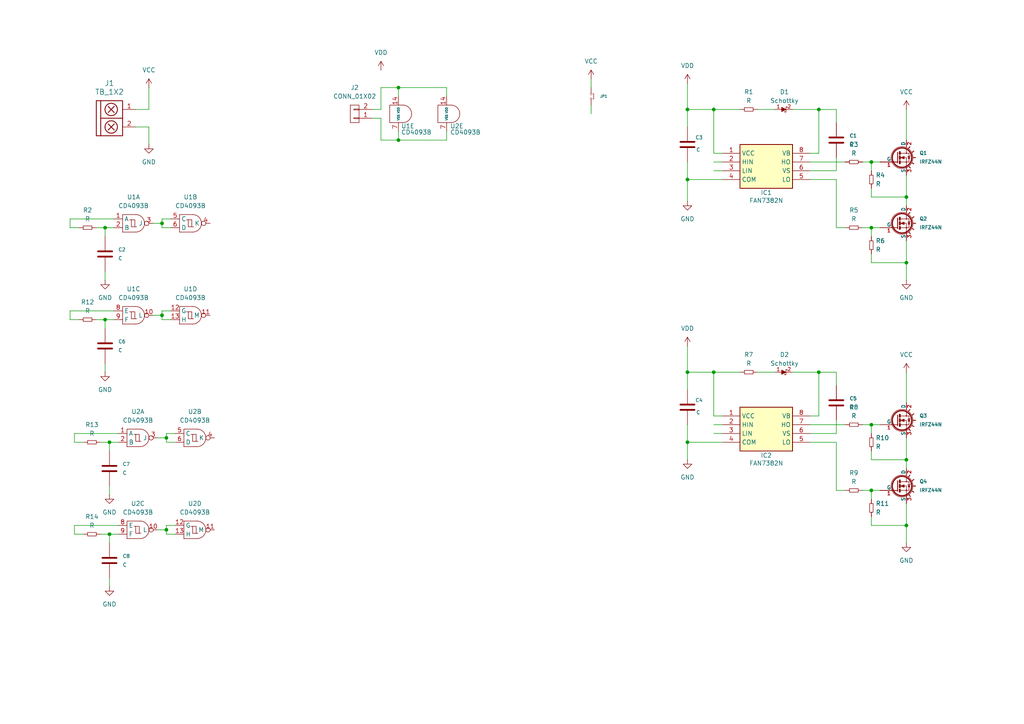
<source format=kicad_sch>
(kicad_sch (version 20231120) (generator "eeschema") (generator_version "8.0")
  (paper "A4")
  (lib_symbols
    (symbol "EESTN5:C" (pin_numbers hide) (pin_names (offset 0.254))
      (property "Reference" "C" (at 0 2.54 0))
      (property "Value" "C" (at 0.1524 -2.159 0))
      (symbol "C_0_1"
        (polyline (pts (xy -2.032 -0.762) (xy 2.032 -0.762)) (stroke (width 0.508)))
        (polyline (pts (xy -2.032 0.762) (xy 2.032 0.762)) (stroke (width 0.508)))
      )
      (symbol "C_1_1"
        (pin passive line (at 0 5.08 270) (length 4.318) (name "~") (number "1"))
        (pin passive line (at 0 -5.08 90) (length 4.318) (name "~") (number "2"))
      )
    )
    (symbol "EESTN5:Jumper" (pin_numbers hide) (pin_names (offset 0) hide)
      (property "Reference" "JP" (at 0 -1.905 0))
      (symbol "Jumper_0_1"
        (circle (center -0.635 0) (radius 0.254) (stroke (width 0.0508)))
        (polyline (pts (xy -0.762 -0.508) (xy -0.762 -0.762) (xy 0.762 -0.762) (xy 0.762 -0.508) (xy 0.762 -0.508)) (stroke (width 0.127)))
        (circle (center 0.635 0) (radius 0.254) (stroke (width 0.0508)))
      )
      (symbol "Jumper_1_1"
        (pin passive line (at -2.54 0 0) (length 1.651) (name "A") (number "1"))
        (pin passive line (at 2.54 0 180) (length 1.651) (name "B") (number "2"))
      )
    )
    (symbol "EESTN5:R" (pin_numbers hide) (pin_names (offset 0))
      (property "Reference" "R" (at -1.27 0 90))
      (property "Value" "R" (at 1.27 0 90))
      (symbol "R_0_1"
        (rectangle (start 0.508 1.27) (end -0.508 -1.27))
      )
      (symbol "R_1_1"
        (pin passive line (at 0 2.54 270) (length 1.27) (name "~") (number "1"))
        (pin passive line (at 0 -2.54 90) (length 1.27) (name "~") (number "2"))
      )
    )
    (symbol "EESTN5:TB_1X2" (pin_names (offset 1.016))
      (property "Reference" "J" (at 0 7.62 0))
      (property "Value" "TB_1X2" (at 1.27 -7.62 0))
      (symbol "TB_1X2_0_1"
        (rectangle (start -2.54 5.08) (end 5.08 -5.08) (stroke (width 0.254)))
        (polyline (pts (xy -1.27 0) (xy 5.08 0)) (stroke (width 0.254)))
        (polyline (pts (xy -1.27 5.08) (xy -1.27 -5.08)) (stroke (width 0.254)))
        (polyline (pts (xy 0.889 -3.429) (xy 2.667 -1.651)) (stroke (width 0.254)))
        (polyline (pts (xy 0.889 -1.651) (xy 2.667 -3.429)) (stroke (width 0.254)))
        (polyline (pts (xy 0.889 1.651) (xy 2.667 3.429)) (stroke (width 0.254)))
        (polyline (pts (xy 0.889 3.429) (xy 2.667 1.651)) (stroke (width 0.254)))
        (circle (center 1.778 -2.54) (radius 1.8034) (stroke (width 0.254)))
        (circle (center 1.778 2.54) (radius 1.8034) (stroke (width 0.254)))
      )
      (symbol "TB_1X2_1_1"
        (pin input line (at 8.89 2.54 180) (length 3.81) (name "~") (number "1"))
        (pin input line (at 8.89 -2.54 180) (length 3.81) (name "~") (number "2"))
      )
    )
    (symbol "Logic_Gate:CD4093B" (in_bom no) (on_board no)
      (property "Reference" "U" (at 5.08 -1.778 0))
      (property "Value" "CD4093B" (at 8.636 -3.81 0))
      (symbol "CD4093B_1_1"
        (polyline (pts (xy -2.54 -2.54) (xy 1.27 -2.54)))
        (polyline (pts (xy -2.54 -2.54) (xy -2.54 2.54) (xy 1.27 2.54)))
        (polyline (pts (xy 0 1.016) (xy 0 -1.016) (xy 1.016 -1.016)))
        (polyline (pts (xy -0.508 1.016) (xy 1.016 1.016) (xy 1.016 -1.016) (xy 1.524 -1.016)))
        (arc (start 1.27 -2.54) (mid 3.0661 -1.7961) (end 3.81 0))
        (arc (start 3.81 0) (mid 3.0661 1.7961) (end 1.27 2.54))
        (pin input line (at -5.08 1.27 0) (length 2.54) (name "A") (number "1"))
        (pin input line (at -5.08 -1.27 0) (length 2.54) (name "B") (number "2"))
        (pin output inverted (at 6.35 0 180) (length 2.54) (name "J") (number "3"))
      )
      (symbol "CD4093B_2_1"
        (polyline (pts (xy -2.54 -2.54) (xy 1.27 -2.54)))
        (polyline (pts (xy -2.54 -2.54) (xy -2.54 2.54) (xy 1.27 2.54)))
        (polyline (pts (xy 0 1.016) (xy 0 -1.016) (xy 1.016 -1.016)))
        (polyline (pts (xy -0.508 1.016) (xy 1.016 1.016) (xy 1.016 -1.016) (xy 1.524 -1.016)))
        (arc (start 1.27 -2.54) (mid 3.0661 -1.7961) (end 3.81 0))
        (arc (start 3.81 0) (mid 3.0661 1.7961) (end 1.27 2.54))
        (pin output inverted (at 6.35 0 180) (length 2.54) (name "K") (number "4"))
        (pin input line (at -5.08 1.27 0) (length 2.54) (name "C") (number "5"))
        (pin input line (at -5.08 -1.27 0) (length 2.54) (name "D") (number "6"))
      )
      (symbol "CD4093B_3_1"
        (polyline (pts (xy -2.54 -2.54) (xy 1.27 -2.54)))
        (polyline (pts (xy -2.54 -2.54) (xy -2.54 2.54) (xy 1.27 2.54)))
        (polyline (pts (xy 0 1.016) (xy 0 -1.016) (xy 1.016 -1.016)))
        (polyline (pts (xy -0.508 1.016) (xy 1.016 1.016) (xy 1.016 -1.016) (xy 1.524 -1.016)))
        (arc (start 1.27 -2.54) (mid 3.0661 -1.7961) (end 3.81 0))
        (arc (start 3.81 0) (mid 3.0661 1.7961) (end 1.27 2.54))
        (pin output inverted (at 6.35 0 180) (length 2.54) (name "L") (number "10"))
        (pin input line (at -5.08 1.27 0) (length 2.54) (name "E") (number "8"))
        (pin input line (at -5.08 -1.27 0) (length 2.54) (name "F") (number "9"))
      )
      (symbol "CD4093B_4_1"
        (polyline (pts (xy -2.54 -2.54) (xy 1.27 -2.54)))
        (polyline (pts (xy -2.54 -2.54) (xy -2.54 2.54) (xy 1.27 2.54)))
        (polyline (pts (xy 0 1.016) (xy 0 -1.016) (xy 1.016 -1.016)))
        (polyline (pts (xy -0.508 1.016) (xy 1.016 1.016) (xy 1.016 -1.016) (xy 1.524 -1.016)))
        (arc (start 1.27 -2.54) (mid 3.0661 -1.7961) (end 3.81 0))
        (arc (start 3.81 0) (mid 3.0661 1.7961) (end 1.27 2.54))
        (pin output inverted (at 6.35 0 180) (length 2.54) (name "M") (number "11"))
        (pin input line (at -5.08 1.27 0) (length 2.54) (name "G") (number "12"))
        (pin input line (at -5.08 -1.27 0) (length 2.54) (name "H") (number "13"))
      )
      (symbol "CD4093B_5_1"
        (polyline (pts (xy -2.54 -2.54) (xy 1.27 -2.54)))
        (polyline (pts (xy -2.54 -2.54) (xy -2.54 2.54) (xy 1.27 2.54)))
        (arc (start 1.27 -2.54) (mid 3.0661 -1.7961) (end 3.81 0))
        (arc (start 3.81 0) (mid 3.0661 1.7961) (end 1.27 2.54))
        (pin power_in line (at 0 5.08 270) (length 2.54) (name "VDD") (number "14"))
        (pin power_in line (at 0 -5.08 90) (length 2.54) (name "VSS") (number "7"))
      )
    )
    (symbol "MacroLib:CONN_01X02" (pin_names (offset 1.016) hide)
      (property "Reference" "J" (at -1.27 5.715 0))
      (property "Value" "CONN_01X02" (at -0.635 3.81 0))
      (symbol "CONN_01X02_1_1"
        (rectangle (start -1.27 -1.143) (end 0.254 -1.397))
        (rectangle (start -1.27 1.397) (end 0.254 1.143))
        (rectangle (start -1.27 2.54) (end 1.27 -2.54))
        (pin passive line (at -5.08 1.27 0) (length 3.81) (name "P1") (number "1"))
        (pin passive line (at -5.08 -1.27 0) (length 3.81) (name "P2") (number "2"))
      )
    )
    (symbol "MacroLib:Schottky" (pin_names (offset 1.016) hide)
      (property "Reference" "D" (at 0 3.81 0))
      (property "Value" "Schottky" (at 0 2.54 0))
      (symbol "Schottky_0_1"
        (polyline (pts (xy 0.635 0) (xy 0.635 -0.762) (xy 0.254 -0.762) (xy 0.254 -0.508)))
        (polyline (pts (xy 0.635 0) (xy 0.635 0.762) (xy 1.016 0.762) (xy 1.016 0.508)))
      )
      (symbol "Schottky_1_1"
        (polyline (pts (xy -0.635 0.635) (xy -0.635 -0.635) (xy 0.635 0) (xy -0.635 0.635)) (fill (type outline)))
        (pin passive line (at -2.54 0 0) (length 1.905) (name "A") (number "1"))
        (pin passive line (at 2.54 0 180) (length 1.905) (name "K") (number "2"))
      )
    )
    (symbol "Mosfet:FAN7382N"
      (property "Reference" "IC" (at 8.89 -5.715 0))
      (property "Value" "FAN7382N" (at 8.89 -7.62 0))
      (symbol "FAN7382N_1_1"
        (rectangle (start -7.62 6.35) (end 7.62 -6.35) (stroke (width 0.254)) (fill (type background)))
        (pin passive line (at -12.7 3.81 0) (length 5.08) (name "VCC") (number "1"))
        (pin passive line (at -12.7 1.27 0) (length 5.08) (name "HIN") (number "2"))
        (pin passive line (at -12.7 -1.27 0) (length 5.08) (name "LIN") (number "3"))
        (pin passive line (at -12.7 -3.81 0) (length 5.08) (name "COM") (number "4"))
        (pin passive line (at 12.7 -3.81 180) (length 5.08) (name "LO") (number "5"))
        (pin passive line (at 12.7 -1.27 180) (length 5.08) (name "VS") (number "6"))
        (pin passive line (at 12.7 1.27 180) (length 5.08) (name "HO") (number "7"))
        (pin passive line (at 12.7 3.81 180) (length 5.08) (name "VB") (number "8"))
      )
    )
    (symbol "Mosfet:IRFZ44N" (pin_names (offset 0))
      (property "Reference" "Q" (at 0 -3.7592 0))
      (property "Value" "IRFZ44N" (at 12.192 -1.778 0))
      (symbol "IRFZ44N_0_1"
        (polyline (pts (xy 0.635 -1.016) (xy 0.635 -1.651)) (stroke (width 0.508)))
        (polyline (pts (xy 0.635 0.381) (xy 0.635 -0.381)) (stroke (width 0.508)))
        (polyline (pts (xy 0.635 1.651) (xy 0.635 1.016)) (stroke (width 0.508)))
        (polyline (pts (xy 3.048 0.381) (xy 2.921 0.254)))
        (polyline (pts (xy 3.048 0.381) (xy 3.556 0.381)))
        (polyline (pts (xy 3.175 2.667) (xy 3.556 3.175)) (stroke (width 0.254)))
        (polyline (pts (xy 3.302 -2.54) (xy 3.683 -3.048)) (stroke (width 0.254)))
        (polyline (pts (xy 3.556 0.381) (xy 3.683 0.508)))
        (polyline (pts (xy 4.191 -1.524) (xy 4.699 -1.778)) (stroke (width 0.254)))
        (polyline (pts (xy 4.191 1.524) (xy 4.699 1.905)) (stroke (width 0.254)))
        (polyline (pts (xy 4.572 0) (xy 5.207 0)) (stroke (width 0.254)))
        (polyline (pts (xy 0 1.524) (xy 0 -1.524) (xy 0 -1.524)) (stroke (width 0.254)))
        (polyline (pts (xy 0.762 -1.27) (xy 2.54 -1.27) (xy 2.54 -2.54) (xy 2.54 -2.54)))
        (polyline (pts (xy 0.762 1.27) (xy 2.54 1.27) (xy 2.54 2.54) (xy 2.54 2.54)))
        (polyline (pts (xy 2.54 1.27) (xy 3.302 1.27) (xy 3.302 -1.27) (xy 2.54 -1.27)))
        (polyline (pts (xy 3.302 0.381) (xy 3.048 -0.254) (xy 3.556 -0.254) (xy 3.302 0.381)) (fill (type outline)))
        (polyline (pts (xy 0.762 0) (xy 1.27 0) (xy 2.54 0) (xy 2.54 -1.27) (xy 2.54 -1.27)))
        (polyline (pts (xy 0.889 0) (xy 1.905 0.381) (xy 1.905 -0.381) (xy 0.889 0) (xy 1.016 0) (xy 1.016 0)) (fill (type outline)))
        (circle (center 1.27 0) (radius 2.8194) (stroke (width 0.3556)))
        (circle (center 1.27 0) (radius 3.175))
        (circle (center 2.54 -1.27) (radius 0.127))
        (circle (center 2.54 1.27) (radius 0.127))
      )
      (symbol "IRFZ44N_1_1"
        (pin input line (at -5.08 -1.27 0) (length 5.08) (name "G") (number "1"))
        (pin passive line (at 2.54 5.08 270) (length 2.032) (name "D") (number "2"))
        (pin passive line (at 2.54 -5.08 90) (length 2.54) (name "S") (number "3"))
      )
    )
    (symbol "power:GND" (power) (pin_numbers hide) (pin_names (offset 0) hide)
      (property "Value" "GND" (at 0 -3.81 0))
      (symbol "GND_0_1"
        (polyline (pts (xy 0 0) (xy 0 -1.27) (xy 1.27 -1.27) (xy 0 -2.54) (xy -1.27 -1.27) (xy 0 -1.27)))
      )
      (symbol "GND_1_1"
        (pin power_in line (at 0 0 270) (length 0) (name "~") (number "1"))
      )
    )
    (symbol "power:VCC" (power) (pin_numbers hide) (pin_names (offset 0) hide)
      (property "Value" "VCC" (at 0 3.556 0))
      (symbol "VCC_0_1"
        (polyline (pts (xy -0.762 1.27) (xy 0 2.54)))
        (polyline (pts (xy 0 0) (xy 0 2.54)))
        (polyline (pts (xy 0 2.54) (xy 0.762 1.27)))
      )
      (symbol "VCC_1_1"
        (pin power_in line (at 0 0 90) (length 0) (name "~") (number "1"))
      )
    )
    (symbol "power:VDD" (power) (pin_numbers hide) (pin_names (offset 0) hide)
      (property "Value" "VDD" (at 0 3.556 0))
      (symbol "VDD_0_1"
        (polyline (pts (xy -0.762 1.27) (xy 0 2.54)))
        (polyline (pts (xy 0 0) (xy 0 2.54)))
        (polyline (pts (xy 0 2.54) (xy 0.762 1.27)))
      )
      (symbol "VDD_1_1"
        (pin power_in line (at 0 0 90) (length 0) (name "~") (number "1"))
      )
    )
  )
  (junction (at 31.75 128.27))
  (junction (at 48.26 153.67))
  (junction (at 262.89 76.2))
  (junction (at 30.48 92.71))
  (junction (at 46.99 64.77))
  (junction (at 207.01 107.95))
  (junction (at 252.73 66.04))
  (junction (at 262.89 57.15))
  (junction (at 199.39 52.07))
  (junction (at 30.48 66.04))
  (junction (at 199.39 31.75))
  (junction (at 46.99 91.44))
  (junction (at 199.39 107.95))
  (junction (at 252.73 46.99))
  (junction (at 262.89 152.4))
  (junction (at 115.57 40.64))
  (junction (at 207.01 31.75))
  (junction (at 252.73 142.24))
  (junction (at 237.49 107.95))
  (junction (at 199.39 128.27))
  (junction (at 31.75 154.94))
  (junction (at 48.26 127))
  (junction (at 237.49 31.75))
  (junction (at 252.73 123.19))
  (junction (at 262.89 133.35))
  (junction (at 115.57 25.4))
  (wire (pts (xy 242.57 31.75) (xy 242.57 35.56)))
  (wire (pts (xy 250.19 66.04) (xy 252.73 66.04)))
  (wire (pts (xy 207.01 31.75) (xy 214.63 31.75)))
  (wire (pts (xy 229.87 31.75) (xy 237.49 31.75)))
  (wire (pts (xy 237.49 31.75) (xy 237.49 44.45)))
  (wire (pts (xy 252.73 76.2) (xy 262.89 76.2)))
  (wire (pts (xy 252.73 46.99) (xy 255.27 46.99)))
  (wire (pts (xy 31.75 154.94) (xy 31.75 157.48)))
  (wire (pts (xy 43.18 36.83) (xy 43.18 41.91)))
  (wire (pts (xy 252.73 73.66) (xy 252.73 76.2)))
  (wire (pts (xy 252.73 152.4) (xy 262.89 152.4)))
  (wire (pts (xy 50.8 152.4) (xy 48.26 152.4)))
  (wire (pts (xy 242.57 31.75) (xy 237.49 31.75)))
  (wire (pts (xy 31.75 140.97) (xy 31.75 143.51)))
  (wire (pts (xy 31.75 128.27) (xy 31.75 130.81)))
  (wire (pts (xy 262.89 133.35) (xy 262.89 135.89)))
  (wire (pts (xy 234.95 49.53) (xy 242.57 49.53)))
  (wire (pts (xy 252.73 133.35) (xy 262.89 133.35)))
  (wire (pts (xy 49.53 90.17) (xy 46.99 90.17)))
  (wire (pts (xy 110.49 31.75) (xy 110.49 25.4)))
  (wire (pts (xy 250.19 123.19) (xy 252.73 123.19)))
  (wire (pts (xy 48.26 127) (xy 48.26 128.27)))
  (wire (pts (xy 262.89 69.85) (xy 262.89 76.2)))
  (wire (pts (xy 29.21 154.94) (xy 31.75 154.94)))
  (wire (pts (xy 262.89 127) (xy 262.89 133.35)))
  (wire (pts (xy 242.57 52.07) (xy 234.95 52.07)))
  (wire (pts (xy 207.01 120.65) (xy 207.01 107.95)))
  (wire (pts (xy 252.73 57.15) (xy 262.89 57.15)))
  (wire (pts (xy 229.87 107.95) (xy 237.49 107.95)))
  (wire (pts (xy 207.01 125.73) (xy 209.55 125.73)))
  (wire (pts (xy 234.95 125.73) (xy 242.57 125.73)))
  (wire (pts (xy 242.57 66.04) (xy 242.57 52.07)))
  (wire (pts (xy 24.13 128.27) (xy 21.59 128.27)))
  (wire (pts (xy 21.59 152.4) (xy 34.29 152.4)))
  (wire (pts (xy 245.11 66.04) (xy 242.57 66.04)))
  (wire (pts (xy 24.13 154.94) (xy 21.59 154.94)))
  (wire (pts (xy 171.45 22.86) (xy 171.45 25.4)))
  (wire (pts (xy 242.57 142.24) (xy 242.57 128.27)))
  (wire (pts (xy 46.99 64.77) (xy 46.99 66.04)))
  (wire (pts (xy 262.89 57.15) (xy 262.89 59.69)))
  (wire (pts (xy 199.39 100.33) (xy 199.39 107.95)))
  (wire (pts (xy 48.26 125.73) (xy 48.26 127)))
  (wire (pts (xy 115.57 40.64) (xy 115.57 38.1)))
  (wire (pts (xy 110.49 25.4) (xy 115.57 25.4)))
  (wire (pts (xy 199.39 46.99) (xy 199.39 52.07)))
  (wire (pts (xy 50.8 125.73) (xy 48.26 125.73)))
  (wire (pts (xy 31.75 154.94) (xy 34.29 154.94)))
  (wire (pts (xy 20.32 92.71) (xy 20.32 90.17)))
  (wire (pts (xy 21.59 128.27) (xy 21.59 125.73)))
  (wire (pts (xy 30.48 105.41) (xy 30.48 107.95)))
  (wire (pts (xy 49.53 63.5) (xy 46.99 63.5)))
  (wire (pts (xy 20.32 66.04) (xy 20.32 63.5)))
  (wire (pts (xy 171.45 30.48) (xy 171.45 33.02)))
  (wire (pts (xy 207.01 123.19) (xy 209.55 123.19)))
  (wire (pts (xy 31.75 128.27) (xy 34.29 128.27)))
  (wire (pts (xy 39.37 31.75) (xy 43.18 31.75)))
  (wire (pts (xy 252.73 142.24) (xy 252.73 144.78)))
  (wire (pts (xy 30.48 92.71) (xy 33.02 92.71)))
  (wire (pts (xy 245.11 142.24) (xy 242.57 142.24)))
  (wire (pts (xy 39.37 36.83) (xy 43.18 36.83)))
  (wire (pts (xy 237.49 107.95) (xy 237.49 120.65)))
  (wire (pts (xy 250.19 142.24) (xy 252.73 142.24)))
  (wire (pts (xy 262.89 107.95) (xy 262.89 116.84)))
  (wire (pts (xy 22.86 92.71) (xy 20.32 92.71)))
  (wire (pts (xy 115.57 25.4) (xy 129.54 25.4)))
  (wire (pts (xy 207.01 46.99) (xy 209.55 46.99)))
  (wire (pts (xy 115.57 40.64) (xy 129.54 40.64)))
  (wire (pts (xy 30.48 66.04) (xy 33.02 66.04)))
  (wire (pts (xy 252.73 142.24) (xy 255.27 142.24)))
  (wire (pts (xy 199.39 52.07) (xy 209.55 52.07)))
  (wire (pts (xy 242.57 107.95) (xy 242.57 111.76)))
  (wire (pts (xy 199.39 133.35) (xy 199.39 128.27)))
  (wire (pts (xy 242.57 49.53) (xy 242.57 45.72)))
  (wire (pts (xy 30.48 66.04) (xy 30.48 68.58)))
  (wire (pts (xy 199.39 58.42) (xy 199.39 52.07)))
  (wire (pts (xy 20.32 63.5) (xy 33.02 63.5)))
  (wire (pts (xy 129.54 38.1) (xy 129.54 40.64)))
  (wire (pts (xy 30.48 78.74) (xy 30.48 81.28)))
  (wire (pts (xy 45.72 127) (xy 48.26 127)))
  (wire (pts (xy 252.73 46.99) (xy 252.73 49.53)))
  (wire (pts (xy 44.45 64.77) (xy 46.99 64.77)))
  (wire (pts (xy 237.49 44.45) (xy 234.95 44.45)))
  (wire (pts (xy 129.54 25.4) (xy 129.54 27.94)))
  (wire (pts (xy 219.71 31.75) (xy 224.79 31.75)))
  (wire (pts (xy 21.59 125.73) (xy 34.29 125.73)))
  (wire (pts (xy 46.99 66.04) (xy 49.53 66.04)))
  (wire (pts (xy 199.39 113.03) (xy 199.39 107.95)))
  (wire (pts (xy 252.73 149.86) (xy 252.73 152.4)))
  (wire (pts (xy 48.26 154.94) (xy 50.8 154.94)))
  (wire (pts (xy 199.39 31.75) (xy 207.01 31.75)))
  (wire (pts (xy 262.89 76.2) (xy 262.89 81.28)))
  (wire (pts (xy 262.89 31.75) (xy 262.89 40.64)))
  (wire (pts (xy 30.48 92.71) (xy 30.48 95.25)))
  (wire (pts (xy 43.18 25.4) (xy 43.18 31.75)))
  (wire (pts (xy 29.21 128.27) (xy 31.75 128.27)))
  (wire (pts (xy 252.73 123.19) (xy 252.73 125.73)))
  (wire (pts (xy 252.73 54.61) (xy 252.73 57.15)))
  (wire (pts (xy 199.39 24.13) (xy 199.39 31.75)))
  (wire (pts (xy 207.01 49.53) (xy 209.55 49.53)))
  (wire (pts (xy 110.49 40.64) (xy 115.57 40.64)))
  (wire (pts (xy 199.39 36.83) (xy 199.39 31.75)))
  (wire (pts (xy 252.73 123.19) (xy 255.27 123.19)))
  (wire (pts (xy 252.73 66.04) (xy 255.27 66.04)))
  (wire (pts (xy 46.99 92.71) (xy 49.53 92.71)))
  (wire (pts (xy 27.94 66.04) (xy 30.48 66.04)))
  (wire (pts (xy 107.95 34.29) (xy 110.49 34.29)))
  (wire (pts (xy 46.99 90.17) (xy 46.99 91.44)))
  (wire (pts (xy 46.99 63.5) (xy 46.99 64.77)))
  (wire (pts (xy 46.99 91.44) (xy 46.99 92.71)))
  (wire (pts (xy 207.01 44.45) (xy 207.01 31.75)))
  (wire (pts (xy 209.55 120.65) (xy 207.01 120.65)))
  (wire (pts (xy 209.55 44.45) (xy 207.01 44.45)))
  (wire (pts (xy 27.94 92.71) (xy 30.48 92.71)))
  (wire (pts (xy 234.95 123.19) (xy 245.11 123.19)))
  (wire (pts (xy 242.57 107.95) (xy 237.49 107.95)))
  (wire (pts (xy 199.39 107.95) (xy 207.01 107.95)))
  (wire (pts (xy 199.39 123.19) (xy 199.39 128.27)))
  (wire (pts (xy 219.71 107.95) (xy 224.79 107.95)))
  (wire (pts (xy 234.95 46.99) (xy 245.11 46.99)))
  (wire (pts (xy 262.89 50.8) (xy 262.89 57.15)))
  (wire (pts (xy 48.26 152.4) (xy 48.26 153.67)))
  (wire (pts (xy 22.86 66.04) (xy 20.32 66.04)))
  (wire (pts (xy 48.26 153.67) (xy 48.26 154.94)))
  (wire (pts (xy 21.59 154.94) (xy 21.59 152.4)))
  (wire (pts (xy 262.89 146.05) (xy 262.89 152.4)))
  (wire (pts (xy 252.73 130.81) (xy 252.73 133.35)))
  (wire (pts (xy 45.72 153.67) (xy 48.26 153.67)))
  (wire (pts (xy 262.89 152.4) (xy 262.89 157.48)))
  (wire (pts (xy 199.39 128.27) (xy 209.55 128.27)))
  (wire (pts (xy 20.32 90.17) (xy 33.02 90.17)))
  (wire (pts (xy 250.19 46.99) (xy 252.73 46.99)))
  (wire (pts (xy 207.01 107.95) (xy 214.63 107.95)))
  (wire (pts (xy 252.73 66.04) (xy 252.73 68.58)))
  (wire (pts (xy 242.57 128.27) (xy 234.95 128.27)))
  (wire (pts (xy 110.49 34.29) (xy 110.49 40.64)))
  (wire (pts (xy 107.95 31.75) (xy 110.49 31.75)))
  (wire (pts (xy 237.49 120.65) (xy 234.95 120.65)))
  (wire (pts (xy 242.57 125.73) (xy 242.57 121.92)))
  (wire (pts (xy 48.26 128.27) (xy 50.8 128.27)))
  (wire (pts (xy 115.57 27.94) (xy 115.57 25.4)))
  (wire (pts (xy 44.45 91.44) (xy 46.99 91.44)))
  (wire (pts (xy 31.75 167.64) (xy 31.75 170.18)))
  (symbol (lib_id "power:VCC") (at 262.89 31.75 0) (unit 1)
    (property "Reference" "#PWR02" (effects (hide yes)))
    (property "Value" "VCC" (at 262.89 26.67 0))
    (property "Description" "Power symbol creates a global label with name \"VCC\"" (effects (hide yes)))
  )
  (symbol (lib_id "Mosfet:IRFZ44N") (at 260.35 64.77 0) (unit 1)
    (property "Reference" "Q2" (at 266.7 63.4364 0) (effects (font (size 1.016 1.016)) (justify left)))
    (property "Value" "IRFZ44N" (at 266.7 65.9764 0) (effects (font (size 1.016 1.016)) (justify left)))
    (property "Datasheet" "https://www.infineon.com/dgdl/Infineon-IRFZ44N-DataSheet-v01_01-EN.pdf?fileId=5546d462533600a40153563b3a9f220d" (effects (hide yes)))
    (property "Description" "Higt-Power, N-Channel MOSFET, TO-220" (effects (hide yes)))
  )
  (symbol (lib_id "EESTN5:C") (at 199.39 41.91 0) (unit 1)
    (property "Reference" "C3" (at 201.676 39.878 0) (effects (font (size 1.016 1.016)) (justify left)))
    (property "Value" "C" (at 201.93 43.434 0) (effects (font (size 1.016 1.016)) (justify left)))
  )
  (symbol (lib_id "EESTN5:C") (at 31.75 162.56 0) (unit 1)
    (property "Reference" "C8" (at 35.56 161.2899 0) (effects (font (size 1.016 1.016)) (justify left)))
    (property "Value" "C" (at 35.56 163.8299 0) (effects (font (size 1.016 1.016)) (justify left)))
  )
  (symbol (lib_id "power:VCC") (at 262.89 107.95 0) (unit 1)
    (property "Reference" "#PWR010" (effects (hide yes)))
    (property "Value" "VCC" (at 262.89 102.87 0))
    (property "Description" "Power symbol creates a global label with name \"VCC\"" (effects (hide yes)))
  )
  (symbol (lib_id "Mosfet:IRFZ44N") (at 260.35 121.92 0) (unit 1)
    (property "Reference" "Q3" (at 266.7 120.5864 0) (effects (font (size 1.016 1.016)) (justify left)))
    (property "Value" "IRFZ44N" (at 266.7 123.1264 0) (effects (font (size 1.016 1.016)) (justify left)))
    (property "Datasheet" "https://www.infineon.com/dgdl/Infineon-IRFZ44N-DataSheet-v01_01-EN.pdf?fileId=5546d462533600a40153563b3a9f220d" (effects (hide yes)))
    (property "Description" "Higt-Power, N-Channel MOSFET, TO-220" (effects (hide yes)))
  )
  (symbol (lib_id "EESTN5:R") (at 25.4 92.71 90) (unit 1)
    (property "Reference" "R12" (at 25.4 87.63 90))
    (property "Value" "R" (at 25.4 90.17 90))
    (property "Description" "Resistor" (effects (hide yes)))
  )
  (symbol (lib_id "power:GND") (at 31.75 143.51 0) (unit 1)
    (property "Reference" "#PWR013" (effects (hide yes)))
    (property "Value" "GND" (at 31.75 148.59 0))
    (property "Description" "Power symbol creates a global label with name \"GND\" , ground" (effects (hide yes)))
  )
  (symbol (lib_id "power:VDD") (at 199.39 24.13 0) (unit 1)
    (property "Reference" "#PWR015" (effects (hide yes)))
    (property "Value" "VDD" (at 199.39 19.05 0))
    (property "Description" "Power symbol creates a global label with name \"VDD\"" (effects (hide yes)))
  )
  (symbol (lib_id "Logic_Gate:CD4093B") (at 129.54 33.02 0) (unit 5) (in_bom no) (on_board no)
    (property "Reference" "U2" (at 130.556 36.576 0) (effects (justify left)))
    (property "Value" "CD4093B" (at 130.556 38.354 0) (effects (justify left)))
    (property "Datasheet" "https://www.ti.com/lit/gpn/CD4093B" (effects (hide yes)))
    (property "Description" "20V Vdd, CMOS, Quad 2-input NAND Schmitt Triggers, SOP-14/DIP-14" (effects (hide yes)))
  )
  (symbol (lib_id "EESTN5:C") (at 242.57 116.84 0) (unit 1)
    (property "Reference" "C5" (at 246.38 115.5699 0) (effects (font (size 1.016 1.016)) (justify left)))
    (property "Value" "C" (at 246.38 118.1099 0) (effects (font (size 1.016 1.016)) (justify left)))
  )
  (symbol (lib_id "Logic_Gate:CD4093B") (at 115.57 33.02 0) (unit 5) (in_bom no) (on_board no)
    (property "Reference" "U1" (at 116.332 36.576 0) (effects (justify left)))
    (property "Value" "CD4093B" (at 116.332 38.354 0) (effects (justify left)))
    (property "Datasheet" "https://www.ti.com/lit/gpn/CD4093B" (effects (hide yes)))
    (property "Description" "20V Vdd, CMOS, Quad 2-input NAND Schmitt Triggers, SOP-14/DIP-14" (effects (hide yes)))
  )
  (symbol (lib_id "power:GND") (at 43.18 41.91 0) (unit 1)
    (property "Reference" "#PWR04" (effects (hide yes)))
    (property "Value" "GND" (at 43.18 46.99 0))
    (property "Description" "Power symbol creates a global label with name \"GND\" , ground" (effects (hide yes)))
  )
  (symbol (lib_id "power:VCC") (at 171.45 22.86 0) (unit 1)
    (property "Reference" "#PWR07" (effects (hide yes)))
    (property "Value" "VCC" (at 171.45 17.78 0))
    (property "Description" "Power symbol creates a global label with name \"VCC\"" (effects (hide yes)))
  )
  (symbol (lib_id "Logic_Gate:CD4093B") (at 38.1 91.44 0) (unit 3) (in_bom no) (on_board no)
    (property "Reference" "U1" (at 38.735 83.82 0))
    (property "Value" "CD4093B" (at 38.735 86.36 0))
    (property "Datasheet" "https://www.ti.com/lit/gpn/CD4093B" (effects (hide yes)))
    (property "Description" "20V Vdd, CMOS, Quad 2-input NAND Schmitt Triggers, SOP-14/DIP-14" (effects (hide yes)))
  )
  (symbol (lib_id "EESTN5:R") (at 247.65 46.99 90) (unit 1)
    (property "Reference" "R3" (at 247.65 41.91 90))
    (property "Value" "R" (at 247.65 44.45 90))
    (property "Description" "Resistor" (effects (hide yes)))
  )
  (symbol (lib_id "EESTN5:C") (at 31.75 135.89 0) (unit 1)
    (property "Reference" "C7" (at 35.56 134.6199 0) (effects (font (size 1.016 1.016)) (justify left)))
    (property "Value" "C" (at 35.56 137.1599 0) (effects (font (size 1.016 1.016)) (justify left)))
  )
  (symbol (lib_id "Logic_Gate:CD4093B") (at 54.61 64.77 0) (unit 2) (in_bom no) (on_board no)
    (property "Reference" "U1" (at 55.245 57.15 0))
    (property "Value" "CD4093B" (at 55.245 59.69 0))
    (property "Datasheet" "https://www.ti.com/lit/gpn/CD4093B" (effects (hide yes)))
    (property "Description" "20V Vdd, CMOS, Quad 2-input NAND Schmitt Triggers, SOP-14/DIP-14" (effects (hide yes)))
  )
  (symbol (lib_id "Mosfet:FAN7382N") (at 222.25 48.26 0) (unit 1)
    (property "Reference" "IC1" (at 222.25 55.88 0))
    (property "Value" "FAN7382N" (at 222.25 58.166 0))
    (property "Datasheet" "https://pdf1.alldatasheet.com/datasheet-pdf/view/98381/FAIRCHILD/FAN7382.html" (effects (hide yes)))
    (property "Description" "Fairchild Semiconductor FAN7382N Dual MOSFET Power Driver, 0.65A 8-Pin, PDIP" (effects (hide yes)))
  )
  (symbol (lib_id "EESTN5:R") (at 247.65 123.19 90) (unit 1)
    (property "Reference" "R8" (at 247.65 118.11 90))
    (property "Value" "R" (at 247.65 120.65 90))
    (property "Description" "Resistor" (effects (hide yes)))
  )
  (symbol (lib_id "EESTN5:C") (at 30.48 100.33 0) (unit 1)
    (property "Reference" "C6" (at 34.29 99.0599 0) (effects (font (size 1.016 1.016)) (justify left)))
    (property "Value" "C" (at 34.29 101.5999 0) (effects (font (size 1.016 1.016)) (justify left)))
  )
  (symbol (lib_id "EESTN5:C") (at 242.57 40.64 0) (unit 1)
    (property "Reference" "C1" (at 246.38 39.3699 0) (effects (font (size 1.016 1.016)) (justify left)))
    (property "Value" "C" (at 246.38 41.9099 0) (effects (font (size 1.016 1.016)) (justify left)))
  )
  (symbol (lib_id "EESTN5:R") (at 252.73 52.07 0) (unit 1)
    (property "Reference" "R4" (at 254 50.7999 0) (effects (justify left)))
    (property "Value" "R" (at 254 53.3399 0) (effects (justify left)))
    (property "Description" "Resistor" (effects (hide yes)))
  )
  (symbol (lib_id "power:GND") (at 30.48 107.95 0) (unit 1)
    (property "Reference" "#PWR012" (effects (hide yes)))
    (property "Value" "GND" (at 30.48 113.03 0))
    (property "Description" "Power symbol creates a global label with name \"GND\" , ground" (effects (hide yes)))
  )
  (symbol (lib_id "Logic_Gate:CD4093B") (at 39.37 127 0) (unit 1) (in_bom no) (on_board no)
    (property "Reference" "U2" (at 40.005 119.38 0))
    (property "Value" "CD4093B" (at 40.005 121.92 0))
    (property "Datasheet" "https://www.ti.com/lit/gpn/CD4093B" (effects (hide yes)))
    (property "Description" "20V Vdd, CMOS, Quad 2-input NAND Schmitt Triggers, SOP-14/DIP-14" (effects (hide yes)))
  )
  (symbol (lib_id "EESTN5:Jumper") (at 171.45 27.94 90) (unit 1)
    (property "Reference" "JP1" (at 173.99 27.94 90) (effects (font (size 0.762 0.762)) (justify right)))
    (property "Value" "Jumper" (effects (hide yes)))
  )
  (symbol (lib_id "MacroLib:Schottky") (at 227.33 107.95 0) (unit 1)
    (property "Reference" "D2" (at 227.5205 102.87 0))
    (property "Value" "Schottky" (at 227.5205 105.41 0))
  )
  (symbol (lib_id "EESTN5:C") (at 199.39 118.11 0) (unit 1)
    (property "Reference" "C4" (at 201.676 116.078 0) (effects (font (size 1.016 1.016)) (justify left)))
    (property "Value" "C" (at 201.93 119.634 0) (effects (font (size 1.016 1.016)) (justify left)))
  )
  (symbol (lib_id "EESTN5:R") (at 217.17 31.75 90) (unit 1)
    (property "Reference" "R1" (at 217.17 26.67 90))
    (property "Value" "R" (at 217.17 29.21 90))
    (property "Description" "Resistor" (effects (hide yes)))
  )
  (symbol (lib_id "EESTN5:R") (at 217.17 107.95 90) (unit 1)
    (property "Reference" "R7" (at 217.17 102.87 90))
    (property "Value" "R" (at 217.17 105.41 90))
    (property "Description" "Resistor" (effects (hide yes)))
  )
  (symbol (lib_id "EESTN5:C") (at 30.48 73.66 0) (unit 1)
    (property "Reference" "C2" (at 34.29 72.3899 0) (effects (font (size 1.016 1.016)) (justify left)))
    (property "Value" "C" (at 34.29 74.9299 0) (effects (font (size 1.016 1.016)) (justify left)))
  )
  (symbol (lib_id "power:GND") (at 199.39 58.42 0) (unit 1)
    (property "Reference" "#PWR05" (effects (hide yes)))
    (property "Value" "GND" (at 199.39 63.5 0))
    (property "Description" "Power symbol creates a global label with name \"GND\" , ground" (effects (hide yes)))
  )
  (symbol (lib_id "EESTN5:TB_1X2") (at 30.48 34.29 0) (unit 1)
    (property "Reference" "J1" (at 31.75 24.13 0) (effects (font (size 1.524 1.524))))
    (property "Value" "TB_1X2" (at 31.75 26.67 0) (effects (font (size 1.524 1.524))))
  )
  (symbol (lib_id "Mosfet:FAN7382N") (at 222.25 124.46 0) (unit 1)
    (property "Reference" "IC2" (at 222.25 132.08 0))
    (property "Value" "FAN7382N" (at 222.25 134.366 0))
    (property "Datasheet" "https://pdf1.alldatasheet.com/datasheet-pdf/view/98381/FAIRCHILD/FAN7382.html" (effects (hide yes)))
    (property "Description" "Fairchild Semiconductor FAN7382N Dual MOSFET Power Driver, 0.65A 8-Pin, PDIP" (effects (hide yes)))
  )
  (symbol (lib_id "MacroLib:Schottky") (at 227.33 31.75 0) (unit 1)
    (property "Reference" "D1" (at 227.5205 26.67 0))
    (property "Value" "Schottky" (at 227.5205 29.21 0))
  )
  (symbol (lib_id "EESTN5:R") (at 252.73 128.27 0) (unit 1)
    (property "Reference" "R10" (at 254 126.9999 0) (effects (justify left)))
    (property "Value" "R" (at 254 129.5399 0) (effects (justify left)))
    (property "Description" "Resistor" (effects (hide yes)))
  )
  (symbol (lib_id "EESTN5:R") (at 26.67 154.94 90) (unit 1)
    (property "Reference" "R14" (at 26.67 149.86 90))
    (property "Value" "R" (at 26.67 152.4 90))
    (property "Description" "Resistor" (effects (hide yes)))
  )
  (symbol (lib_id "power:VDD") (at 199.39 100.33 0) (unit 1)
    (property "Reference" "#PWR08" (effects (hide yes)))
    (property "Value" "VDD" (at 199.39 95.25 0))
    (property "Description" "Power symbol creates a global label with name \"VDD\"" (effects (hide yes)))
  )
  (symbol (lib_id "Logic_Gate:CD4093B") (at 38.1 64.77 0) (unit 1) (in_bom no) (on_board no)
    (property "Reference" "U1" (at 38.735 57.15 0))
    (property "Value" "CD4093B" (at 38.735 59.69 0))
    (property "Datasheet" "https://www.ti.com/lit/gpn/CD4093B" (effects (hide yes)))
    (property "Description" "20V Vdd, CMOS, Quad 2-input NAND Schmitt Triggers, SOP-14/DIP-14" (effects (hide yes)))
  )
  (symbol (lib_id "EESTN5:R") (at 252.73 147.32 0) (unit 1)
    (property "Reference" "R11" (at 254 146.0499 0) (effects (justify left)))
    (property "Value" "R" (at 254 148.5899 0) (effects (justify left)))
    (property "Description" "Resistor" (effects (hide yes)))
  )
  (symbol (lib_id "Logic_Gate:CD4093B") (at 39.37 153.67 0) (unit 3) (in_bom no) (on_board no)
    (property "Reference" "U2" (at 40.005 146.05 0))
    (property "Value" "CD4093B" (at 40.005 148.59 0))
    (property "Datasheet" "https://www.ti.com/lit/gpn/CD4093B" (effects (hide yes)))
    (property "Description" "20V Vdd, CMOS, Quad 2-input NAND Schmitt Triggers, SOP-14/DIP-14" (effects (hide yes)))
  )
  (symbol (lib_id "power:GND") (at 199.39 133.35 0) (unit 1)
    (property "Reference" "#PWR09" (effects (hide yes)))
    (property "Value" "GND" (at 199.39 138.43 0))
    (property "Description" "Power symbol creates a global label with name \"GND\" , ground" (effects (hide yes)))
  )
  (symbol (lib_id "EESTN5:R") (at 26.67 128.27 90) (unit 1)
    (property "Reference" "R13" (at 26.67 123.19 90))
    (property "Value" "R" (at 26.67 125.73 90))
    (property "Description" "Resistor" (effects (hide yes)))
  )
  (symbol (lib_id "power:VDD") (at 110.49 20.32 0) (unit 1)
    (property "Reference" "#PWR016" (effects (hide yes)))
    (property "Value" "VDD" (at 110.49 15.24 0))
    (property "Description" "Power symbol creates a global label with name \"VDD\"" (effects (hide yes)))
  )
  (symbol (lib_id "EESTN5:R") (at 247.65 66.04 90) (unit 1)
    (property "Reference" "R5" (at 247.65 60.96 90))
    (property "Value" "R" (at 247.65 63.5 90))
    (property "Description" "Resistor" (effects (hide yes)))
  )
  (symbol (lib_id "power:GND") (at 31.75 170.18 0) (unit 1)
    (property "Reference" "#PWR014" (effects (hide yes)))
    (property "Value" "GND" (at 31.75 175.26 0))
    (property "Description" "Power symbol creates a global label with name \"GND\" , ground" (effects (hide yes)))
  )
  (symbol (lib_id "Logic_Gate:CD4093B") (at 54.61 91.44 0) (unit 4) (in_bom no) (on_board no)
    (property "Reference" "U1" (at 55.245 83.82 0))
    (property "Value" "CD4093B" (at 55.245 86.36 0))
    (property "Datasheet" "https://www.ti.com/lit/gpn/CD4093B" (effects (hide yes)))
    (property "Description" "20V Vdd, CMOS, Quad 2-input NAND Schmitt Triggers, SOP-14/DIP-14" (effects (hide yes)))
  )
  (symbol (lib_id "MacroLib:CONN_01X02") (at 102.87 33.02 180) (unit 1)
    (property "Reference" "J2" (at 102.87 25.4 0))
    (property "Value" "CONN_01X02" (at 102.87 27.94 0))
  )
  (symbol (lib_id "EESTN5:R") (at 247.65 142.24 90) (unit 1)
    (property "Reference" "R9" (at 247.65 137.16 90))
    (property "Value" "R" (at 247.65 139.7 90))
    (property "Description" "Resistor" (effects (hide yes)))
  )
  (symbol (lib_id "EESTN5:R") (at 25.4 66.04 90) (unit 1)
    (property "Reference" "R2" (at 25.4 60.96 90))
    (property "Value" "R" (at 25.4 63.5 90))
    (property "Description" "Resistor" (effects (hide yes)))
  )
  (symbol (lib_id "power:GND") (at 262.89 81.28 0) (unit 1)
    (property "Reference" "#PWR01" (effects (hide yes)))
    (property "Value" "GND" (at 262.89 86.36 0))
    (property "Description" "Power symbol creates a global label with name \"GND\" , ground" (effects (hide yes)))
  )
  (symbol (lib_id "power:VCC") (at 43.18 25.4 0) (unit 1)
    (property "Reference" "#PWR03" (effects (hide yes)))
    (property "Value" "VCC" (at 43.18 20.32 0))
    (property "Description" "Power symbol creates a global label with name \"VCC\"" (effects (hide yes)))
  )
  (symbol (lib_id "power:GND") (at 262.89 157.48 0) (unit 1)
    (property "Reference" "#PWR011" (effects (hide yes)))
    (property "Value" "GND" (at 262.89 162.56 0))
    (property "Description" "Power symbol creates a global label with name \"GND\" , ground" (effects (hide yes)))
  )
  (symbol (lib_id "EESTN5:R") (at 252.73 71.12 0) (unit 1)
    (property "Reference" "R6" (at 254 69.8499 0) (effects (justify left)))
    (property "Value" "R" (at 254 72.3899 0) (effects (justify left)))
    (property "Description" "Resistor" (effects (hide yes)))
  )
  (symbol (lib_id "Mosfet:IRFZ44N") (at 260.35 140.97 0) (unit 1)
    (property "Reference" "Q4" (at 266.7 139.6364 0) (effects (font (size 1.016 1.016)) (justify left)))
    (property "Value" "IRFZ44N" (at 266.7 142.1764 0) (effects (font (size 1.016 1.016)) (justify left)))
    (property "Datasheet" "https://www.infineon.com/dgdl/Infineon-IRFZ44N-DataSheet-v01_01-EN.pdf?fileId=5546d462533600a40153563b3a9f220d" (effects (hide yes)))
    (property "Description" "Higt-Power, N-Channel MOSFET, TO-220" (effects (hide yes)))
  )
  (symbol (lib_id "Logic_Gate:CD4093B") (at 55.88 153.67 0) (unit 4) (in_bom no) (on_board no)
    (property "Reference" "U2" (at 56.515 146.05 0))
    (property "Value" "CD4093B" (at 56.515 148.59 0))
    (property "Datasheet" "https://www.ti.com/lit/gpn/CD4093B" (effects (hide yes)))
    (property "Description" "20V Vdd, CMOS, Quad 2-input NAND Schmitt Triggers, SOP-14/DIP-14" (effects (hide yes)))
  )
  (symbol (lib_id "Logic_Gate:CD4093B") (at 55.88 127 0) (unit 2) (in_bom no) (on_board no)
    (property "Reference" "U2" (at 56.515 119.38 0))
    (property "Value" "CD4093B" (at 56.515 121.92 0))
    (property "Datasheet" "https://www.ti.com/lit/gpn/CD4093B" (effects (hide yes)))
    (property "Description" "20V Vdd, CMOS, Quad 2-input NAND Schmitt Triggers, SOP-14/DIP-14" (effects (hide yes)))
  )
  (symbol (lib_id "power:GND") (at 30.48 81.28 0) (unit 1)
    (property "Reference" "#PWR06" (effects (hide yes)))
    (property "Value" "GND" (at 30.48 86.36 0))
    (property "Description" "Power symbol creates a global label with name \"GND\" , ground" (effects (hide yes)))
  )
  (symbol (lib_id "Mosfet:IRFZ44N") (at 260.35 45.72 0) (unit 1)
    (property "Reference" "Q1" (at 266.7 44.3864 0) (effects (font (size 1.016 1.016)) (justify left)))
    (property "Value" "IRFZ44N" (at 266.7 46.9264 0) (effects (font (size 1.016 1.016)) (justify left)))
    (property "Datasheet" "https://www.infineon.com/dgdl/Infineon-IRFZ44N-DataSheet-v01_01-EN.pdf?fileId=5546d462533600a40153563b3a9f220d" (effects (hide yes)))
    (property "Description" "Higt-Power, N-Channel MOSFET, TO-220" (effects (hide yes)))
  )
)
</source>
